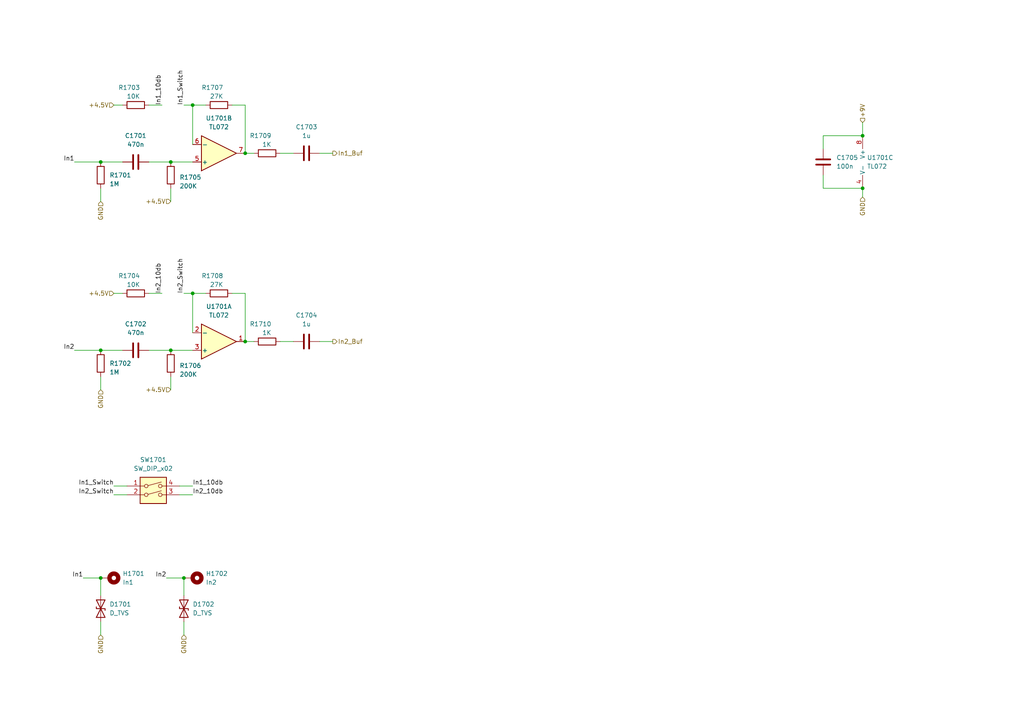
<source format=kicad_sch>
(kicad_sch (version 20211123) (generator eeschema)
  (paper "A4")
  (lib_symbols
    (symbol "Amplifier_Operational:TL072" (pin_names (offset 0.127))
      (property "Reference" "U" (at 0 5.08 0))
      (property "Value" "TL072" (at 0 -5.08 0))
      (symbol "TL072_1_1"
        (polyline (pts (xy -5.08 5.08) (xy 5.08 0) (xy -5.08 -5.08) (xy -5.08 5.08)) (stroke (width 0.254)) (fill (type background)))
        (pin output line (at 7.62 0 180) (length 2.54) (name "~") (number "1"))
        (pin input line (at -7.62 -2.54 0) (length 2.54) (name "-") (number "2"))
        (pin input line (at -7.62 2.54 0) (length 2.54) (name "+") (number "3"))
      )
      (symbol "TL072_2_1"
        (polyline (pts (xy -5.08 5.08) (xy 5.08 0) (xy -5.08 -5.08) (xy -5.08 5.08)) (stroke (width 0.254)) (fill (type background)))
        (pin input line (at -7.62 2.54 0) (length 2.54) (name "+") (number "5"))
        (pin input line (at -7.62 -2.54 0) (length 2.54) (name "-") (number "6"))
        (pin output line (at 7.62 0 180) (length 2.54) (name "~") (number "7"))
      )
      (symbol "TL072_3_1"
        (pin power_in line (at -2.54 -7.62 90) (length 3.81) (name "V-") (number "4"))
        (pin power_in line (at -2.54 7.62 270) (length 3.81) (name "V+") (number "8"))
      )
    )
    (symbol "Device:C" (pin_numbers hide) (pin_names (offset 0.254))
      (property "Reference" "C" (at 0.635 2.54 0))
      (property "Value" "C" (at 0.635 -2.54 0))
      (symbol "C_0_1"
        (polyline (pts (xy -2.032 -0.762) (xy 2.032 -0.762)) (stroke (width 0.508)))
        (polyline (pts (xy -2.032 0.762) (xy 2.032 0.762)) (stroke (width 0.508)))
      )
      (symbol "C_1_1"
        (pin passive line (at 0 3.81 270) (length 2.794) (name "~") (number "1"))
        (pin passive line (at 0 -3.81 90) (length 2.794) (name "~") (number "2"))
      )
    )
    (symbol "Device:D_TVS" (pin_numbers hide) (pin_names (offset 1.016) hide)
      (property "Reference" "D" (at 0 2.54 0))
      (property "Value" "D_TVS" (at 0 -2.54 0))
      (symbol "D_TVS_0_1"
        (polyline (pts (xy 1.27 0) (xy -1.27 0)))
        (polyline (pts (xy 0.508 1.27) (xy 0 1.27) (xy 0 -1.27) (xy -0.508 -1.27)) (stroke (width 0.254)))
        (polyline (pts (xy -2.54 1.27) (xy -2.54 -1.27) (xy 2.54 1.27) (xy 2.54 -1.27) (xy -2.54 1.27)) (stroke (width 0.254)))
      )
      (symbol "D_TVS_1_1"
        (pin passive line (at -3.81 0 0) (length 2.54) (name "A1") (number "1"))
        (pin passive line (at 3.81 0 180) (length 2.54) (name "A2") (number "2"))
      )
    )
    (symbol "Device:R" (pin_numbers hide) (pin_names (offset 0))
      (property "Reference" "R" (at 2.032 0 90))
      (property "Value" "R" (at 0 0 90))
      (symbol "R_0_1"
        (rectangle (start -1.016 -2.54) (end 1.016 2.54) (stroke (width 0.254)))
      )
      (symbol "R_1_1"
        (pin passive line (at 0 3.81 270) (length 1.27) (name "~") (number "1"))
        (pin passive line (at 0 -3.81 90) (length 1.27) (name "~") (number "2"))
      )
    )
    (symbol "Mechanical:MountingHole_Pad" (pin_numbers hide) (pin_names (offset 1.016) hide)
      (property "Reference" "H" (at 0 6.35 0))
      (property "Value" "MountingHole_Pad" (at 0 4.445 0))
      (symbol "MountingHole_Pad_0_1"
        (circle (center 0 1.27) (radius 1.27) (stroke (width 1.27)))
      )
      (symbol "MountingHole_Pad_1_1"
        (pin input line (at 0 -2.54 90) (length 2.54) (name "1") (number "1"))
      )
    )
    (symbol "Switch:SW_DIP_x02" (pin_names (offset 0) hide)
      (property "Reference" "SW" (at 0 6.35 0))
      (property "Value" "SW_DIP_x02" (at 0 -3.81 0))
      (symbol "SW_DIP_x02_0_0"
        (circle (center -2.032 0) (radius 0.508))
        (circle (center -2.032 2.54) (radius 0.508))
        (polyline (pts (xy -1.524 0.127) (xy 2.3622 1.1684)))
        (polyline (pts (xy -1.524 2.667) (xy 2.3622 3.7084)))
        (circle (center 2.032 0) (radius 0.508))
        (circle (center 2.032 2.54) (radius 0.508))
      )
      (symbol "SW_DIP_x02_0_1"
        (rectangle (start -3.81 5.08) (end 3.81 -2.54) (stroke (width 0.254)) (fill (type background)))
      )
      (symbol "SW_DIP_x02_1_1"
        (pin passive line (at -7.62 2.54 0) (length 5.08) (name "~") (number "1"))
        (pin passive line (at -7.62 0 0) (length 5.08) (name "~") (number "2"))
        (pin passive line (at 7.62 0 180) (length 5.08) (name "~") (number "3"))
        (pin passive line (at 7.62 2.54 180) (length 5.08) (name "~") (number "4"))
      )
    )
  )
  (junction (at 250.19 54.61))
  (junction (at 55.88 85.09))
  (junction (at 29.21 46.99))
  (junction (at 49.53 46.99))
  (junction (at 49.53 101.6))
  (junction (at 71.12 99.06))
  (junction (at 250.19 39.37))
  (junction (at 29.21 101.6))
  (junction (at 55.88 30.48))
  (junction (at 53.34 167.64))
  (junction (at 29.21 167.64))
  (junction (at 71.12 44.45))
  (wire (pts (xy 53.34 30.48) (xy 55.88 30.48)))
  (wire (pts (xy 43.18 85.09) (xy 46.99 85.09)))
  (wire (pts (xy 250.19 54.61) (xy 250.19 57.15)))
  (wire (pts (xy 33.02 140.97) (xy 36.83 140.97)))
  (wire (pts (xy 52.07 143.51) (xy 55.88 143.51)))
  (wire (pts (xy 29.21 167.64) (xy 29.21 172.72)))
  (wire (pts (xy 67.31 30.48) (xy 71.12 30.48)))
  (wire (pts (xy 53.34 85.09) (xy 55.88 85.09)))
  (wire (pts (xy 33.02 143.51) (xy 36.83 143.51)))
  (wire (pts (xy 55.88 96.52) (xy 55.88 85.09)))
  (wire (pts (xy 29.21 180.34) (xy 29.21 184.15)))
  (wire (pts (xy 250.19 39.37) (xy 238.76 39.37)))
  (wire (pts (xy 52.07 140.97) (xy 55.88 140.97)))
  (wire (pts (xy 92.71 44.45) (xy 96.52 44.45)))
  (wire (pts (xy 238.76 39.37) (xy 238.76 43.18)))
  (wire (pts (xy 92.71 99.06) (xy 96.52 99.06)))
  (wire (pts (xy 29.21 46.99) (xy 35.56 46.99)))
  (wire (pts (xy 24.13 167.64) (xy 29.21 167.64)))
  (wire (pts (xy 55.88 41.91) (xy 55.88 30.48)))
  (wire (pts (xy 71.12 30.48) (xy 71.12 44.45)))
  (wire (pts (xy 71.12 99.06) (xy 73.66 99.06)))
  (wire (pts (xy 53.34 180.34) (xy 53.34 184.15)))
  (wire (pts (xy 49.53 46.99) (xy 55.88 46.99)))
  (wire (pts (xy 53.34 167.64) (xy 53.34 172.72)))
  (wire (pts (xy 43.18 46.99) (xy 49.53 46.99)))
  (wire (pts (xy 49.53 109.22) (xy 49.53 113.03)))
  (wire (pts (xy 21.59 46.99) (xy 29.21 46.99)))
  (wire (pts (xy 29.21 101.6) (xy 35.56 101.6)))
  (wire (pts (xy 67.31 85.09) (xy 71.12 85.09)))
  (wire (pts (xy 29.21 109.22) (xy 29.21 113.03)))
  (wire (pts (xy 71.12 44.45) (xy 73.66 44.45)))
  (wire (pts (xy 55.88 30.48) (xy 59.69 30.48)))
  (wire (pts (xy 33.02 30.48) (xy 35.56 30.48)))
  (wire (pts (xy 48.26 167.64) (xy 53.34 167.64)))
  (wire (pts (xy 49.53 54.61) (xy 49.53 58.42)))
  (wire (pts (xy 250.19 35.56) (xy 250.19 39.37)))
  (wire (pts (xy 238.76 54.61) (xy 250.19 54.61)))
  (wire (pts (xy 21.59 101.6) (xy 29.21 101.6)))
  (wire (pts (xy 43.18 101.6) (xy 49.53 101.6)))
  (wire (pts (xy 71.12 85.09) (xy 71.12 99.06)))
  (wire (pts (xy 49.53 101.6) (xy 55.88 101.6)))
  (wire (pts (xy 33.02 85.09) (xy 35.56 85.09)))
  (wire (pts (xy 81.28 99.06) (xy 85.09 99.06)))
  (wire (pts (xy 55.88 85.09) (xy 59.69 85.09)))
  (wire (pts (xy 81.28 44.45) (xy 85.09 44.45)))
  (wire (pts (xy 238.76 50.8) (xy 238.76 54.61)))
  (wire (pts (xy 43.18 30.48) (xy 46.99 30.48)))
  (wire (pts (xy 29.21 54.61) (xy 29.21 58.42)))
  (label "In2_Switch" (at 53.34 85.09 90))
  (label "In2_10db" (at 46.99 85.09 90))
  (label "In1_10db" (at 46.99 30.48 90))
  (label "In1_Switch" (at 53.34 30.48 90))
  (label "In2" (at 48.26 167.64 180))
  (label "In1" (at 21.59 46.99 180))
  (label "In2" (at 21.59 101.6 180))
  (label "In1_Switch" (at 33.02 140.97 180))
  (label "In1" (at 24.13 167.64 180))
  (label "In2_Switch" (at 33.02 143.51 180))
  (label "In1_10db" (at 55.88 140.97 0))
  (label "In2_10db" (at 55.88 143.51 0))
  (hierarchical_label "+4.5V" (shape input) (at 33.02 30.48 180))
  (hierarchical_label "GND" (shape input) (at 29.21 113.03 270))
  (hierarchical_label "+4.5V" (shape input) (at 33.02 85.09 180))
  (hierarchical_label "In2_Buf" (shape output) (at 96.52 99.06 0))
  (hierarchical_label "+4.5V" (shape input) (at 49.53 58.42 180))
  (hierarchical_label "GND" (shape input) (at 29.21 184.15 270))
  (hierarchical_label "+4.5V" (shape input) (at 49.53 113.03 180))
  (hierarchical_label "GND" (shape input) (at 29.21 58.42 270))
  (hierarchical_label "In1_Buf" (shape output) (at 96.52 44.45 0))
  (hierarchical_label "GND" (shape input) (at 53.34 184.15 270))
  (hierarchical_label "GND" (shape input) (at 250.19 57.15 270))
  (hierarchical_label "+9V" (shape input) (at 250.19 35.56 90))
  (symbol (lib_id "Device:R") (at 29.21 105.41 0) (unit 1)
    (property "Reference" "R1702" (at 31.75 105.41 0) (effects (justify left)))
    (property "Value" "1M" (at 31.75 107.95 0) (effects (justify left)))
    (property "Footprint" "Resistor_SMD:R_0603_1608Metric_Pad0.98x0.95mm_HandSolder" (effects hide))
  )
  (symbol (lib_id "Device:D_TVS") (at 29.21 176.53 90) (unit 1)
    (property "Reference" "D1701" (at 31.75 175.2599 90) (effects (justify right)))
    (property "Value" "D_TVS" (at 31.75 177.7999 90) (effects (justify right)))
    (property "Footprint" "Diode_SMD:D_SOD-323_HandSoldering" (effects hide))
  )
  (symbol (lib_id "Amplifier_Operational:TL072") (at 63.5 44.45 0) (mirror x) (unit 2)
    (property "Reference" "U1701" (at 63.5 34.29 0))
    (property "Value" "TL072" (at 63.5 36.83 0))
    (property "Footprint" "Package_SO:SOIC-8_3.9x4.9mm_P1.27mm" (effects hide))
    (property "Datasheet" "http://www.ti.com/lit/ds/symlink/tl071.pdf" (effects hide))
  )
  (symbol (lib_id "Device:R") (at 63.5 85.09 90) (unit 1)
    (property "Reference" "R1708" (at 64.77 80.01 90) (effects (justify left)))
    (property "Value" "27K" (at 64.77 82.55 90) (effects (justify left)))
    (property "Footprint" "Resistor_SMD:R_0603_1608Metric_Pad0.98x0.95mm_HandSolder" (effects hide))
  )
  (symbol (lib_id "Device:C") (at 88.9 44.45 90) (unit 1)
    (property "Reference" "C1703" (at 88.9 36.83 90))
    (property "Value" "1u" (at 88.9 39.37 90))
    (property "Footprint" "Capacitor_SMD:C_0805_2012Metric_Pad1.18x1.45mm_HandSolder" (effects hide))
  )
  (symbol (lib_id "Device:R") (at 39.37 85.09 90) (unit 1)
    (property "Reference" "R1704" (at 40.64 80.01 90) (effects (justify left)))
    (property "Value" "10K" (at 40.64 82.55 90) (effects (justify left)))
    (property "Footprint" "Resistor_SMD:R_0603_1608Metric_Pad0.98x0.95mm_HandSolder" (effects hide))
  )
  (symbol (lib_id "Mechanical:MountingHole_Pad") (at 31.75 167.64 270) (unit 1)
    (property "Reference" "H1701" (at 35.56 166.3699 90) (effects (justify left)))
    (property "Value" "In1" (at 35.56 168.9099 90) (effects (justify left)))
    (property "Footprint" "MountingHole:MountingHole_4.3mm_M4_Pad_TopBottom" (effects hide))
  )
  (symbol (lib_id "Device:C") (at 88.9 99.06 90) (unit 1)
    (property "Reference" "C1704" (at 88.9 91.44 90))
    (property "Value" "1u" (at 88.9 93.98 90))
    (property "Footprint" "Capacitor_SMD:C_0805_2012Metric_Pad1.18x1.45mm_HandSolder" (effects hide))
  )
  (symbol (lib_id "Device:R") (at 77.47 44.45 90) (unit 1)
    (property "Reference" "R1709" (at 78.74 39.37 90) (effects (justify left)))
    (property "Value" "1K" (at 78.74 41.91 90) (effects (justify left)))
    (property "Footprint" "Resistor_SMD:R_0603_1608Metric_Pad0.98x0.95mm_HandSolder" (effects hide))
  )
  (symbol (lib_id "Device:R") (at 49.53 105.41 0) (unit 1)
    (property "Reference" "R1706" (at 52.07 106.045 0) (effects (justify left)))
    (property "Value" "200K" (at 52.07 108.585 0) (effects (justify left)))
    (property "Footprint" "Resistor_SMD:R_0603_1608Metric_Pad0.98x0.95mm_HandSolder" (effects hide))
  )
  (symbol (lib_id "Device:D_TVS") (at 53.34 176.53 90) (unit 1)
    (property "Reference" "D1702" (at 55.88 175.2599 90) (effects (justify right)))
    (property "Value" "D_TVS" (at 55.88 177.7999 90) (effects (justify right)))
    (property "Footprint" "Diode_SMD:D_SOD-323_HandSoldering" (effects hide))
  )
  (symbol (lib_id "Device:C") (at 39.37 46.99 90) (unit 1)
    (property "Reference" "C1701" (at 39.37 39.37 90))
    (property "Value" "470n" (at 39.37 41.91 90))
    (property "Footprint" "Capacitor_SMD:C_0805_2012Metric_Pad1.18x1.45mm_HandSolder" (effects hide))
  )
  (symbol (lib_id "Amplifier_Operational:TL072") (at 63.5 99.06 0) (mirror x) (unit 1)
    (property "Reference" "U1701" (at 63.5 88.9 0))
    (property "Value" "TL072" (at 63.5 91.44 0))
    (property "Footprint" "Package_SO:SOIC-8_3.9x4.9mm_P1.27mm" (effects hide))
    (property "Datasheet" "http://www.ti.com/lit/ds/symlink/tl071.pdf" (effects hide))
  )
  (symbol (lib_id "Device:R") (at 63.5 30.48 90) (unit 1)
    (property "Reference" "R1707" (at 64.77 25.4 90) (effects (justify left)))
    (property "Value" "27K" (at 64.77 27.94 90) (effects (justify left)))
    (property "Footprint" "Resistor_SMD:R_0603_1608Metric_Pad0.98x0.95mm_HandSolder" (effects hide))
  )
  (symbol (lib_id "Device:R") (at 39.37 30.48 90) (unit 1)
    (property "Reference" "R1703" (at 40.64 25.4 90) (effects (justify left)))
    (property "Value" "10K" (at 40.64 27.94 90) (effects (justify left)))
    (property "Footprint" "Resistor_SMD:R_0603_1608Metric_Pad0.98x0.95mm_HandSolder" (effects hide))
  )
  (symbol (lib_id "Device:C") (at 238.76 46.99 0) (unit 1)
    (property "Reference" "C1705" (at 242.57 45.7199 0) (effects (justify left)))
    (property "Value" "100n" (at 242.57 48.2599 0) (effects (justify left)))
    (property "Footprint" "Capacitor_SMD:C_0603_1608Metric_Pad1.08x0.95mm_HandSolder" (effects hide))
  )
  (symbol (lib_id "Device:R") (at 77.47 99.06 90) (unit 1)
    (property "Reference" "R1710" (at 78.74 93.98 90) (effects (justify left)))
    (property "Value" "1K" (at 78.74 96.52 90) (effects (justify left)))
    (property "Footprint" "Resistor_SMD:R_0603_1608Metric_Pad0.98x0.95mm_HandSolder" (effects hide))
  )
  (symbol (lib_id "Device:R") (at 49.53 50.8 0) (unit 1)
    (property "Reference" "R1705" (at 52.07 51.435 0) (effects (justify left)))
    (property "Value" "200K" (at 52.07 53.975 0) (effects (justify left)))
    (property "Footprint" "Resistor_SMD:R_0603_1608Metric_Pad0.98x0.95mm_HandSolder" (effects hide))
  )
  (symbol (lib_id "Mechanical:MountingHole_Pad") (at 55.88 167.64 270) (unit 1)
    (property "Reference" "H1702" (at 59.69 166.3699 90) (effects (justify left)))
    (property "Value" "In2" (at 59.69 168.9099 90) (effects (justify left)))
    (property "Footprint" "MountingHole:MountingHole_4.3mm_M4_Pad_TopBottom" (effects hide))
  )
  (symbol (lib_id "Switch:SW_DIP_x02") (at 44.45 143.51 0) (unit 1)
    (property "Reference" "SW1701" (at 44.45 133.35 0))
    (property "Value" "SW_DIP_x02" (at 44.45 135.89 0))
    (property "Footprint" "Button_Switch_THT:SW_DIP_SPSTx02_Slide_9.78x7.26mm_W7.62mm_P2.54mm" (effects hide))
  )
  (symbol (lib_id "Device:C") (at 39.37 101.6 90) (unit 1)
    (property "Reference" "C1702" (at 39.37 93.98 90))
    (property "Value" "470n" (at 39.37 96.52 90))
    (property "Footprint" "Capacitor_SMD:C_0805_2012Metric_Pad1.18x1.45mm_HandSolder" (effects hide))
  )
  (symbol (lib_id "Amplifier_Operational:TL072") (at 252.73 46.99 0) (unit 3)
    (property "Reference" "U1701" (at 251.46 45.7199 0) (effects (justify left)))
    (property "Value" "TL072" (at 251.46 48.2599 0) (effects (justify left)))
    (property "Footprint" "Package_SO:SOIC-8_3.9x4.9mm_P1.27mm" (effects hide))
    (property "Datasheet" "http://www.ti.com/lit/ds/symlink/tl071.pdf" (effects hide))
  )
  (symbol (lib_id "Device:R") (at 29.21 50.8 0) (unit 1)
    (property "Reference" "R1701" (at 31.75 50.8 0) (effects (justify left)))
    (property "Value" "1M" (at 31.75 53.34 0) (effects (justify left)))
    (property "Footprint" "Resistor_SMD:R_0603_1608Metric_Pad0.98x0.95mm_HandSolder" (effects hide))
  )
)
</source>
